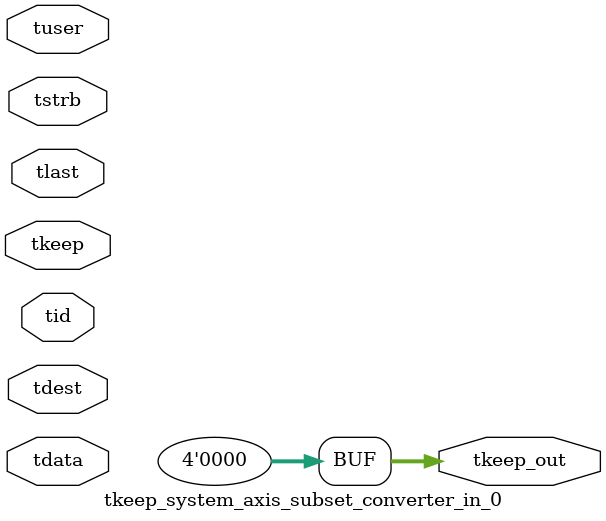
<source format=v>


`timescale 1ps/1ps

module tkeep_system_axis_subset_converter_in_0 #
(
parameter C_S_AXIS_TDATA_WIDTH = 32,
parameter C_S_AXIS_TUSER_WIDTH = 0,
parameter C_S_AXIS_TID_WIDTH   = 0,
parameter C_S_AXIS_TDEST_WIDTH = 0,
parameter C_M_AXIS_TDATA_WIDTH = 32
)
(
input  [(C_S_AXIS_TDATA_WIDTH == 0 ? 1 : C_S_AXIS_TDATA_WIDTH)-1:0     ] tdata,
input  [(C_S_AXIS_TUSER_WIDTH == 0 ? 1 : C_S_AXIS_TUSER_WIDTH)-1:0     ] tuser,
input  [(C_S_AXIS_TID_WIDTH   == 0 ? 1 : C_S_AXIS_TID_WIDTH)-1:0       ] tid,
input  [(C_S_AXIS_TDEST_WIDTH == 0 ? 1 : C_S_AXIS_TDEST_WIDTH)-1:0     ] tdest,
input  [(C_S_AXIS_TDATA_WIDTH/8)-1:0 ] tkeep,
input  [(C_S_AXIS_TDATA_WIDTH/8)-1:0 ] tstrb,
input                                                                    tlast,
output [(C_M_AXIS_TDATA_WIDTH/8)-1:0 ] tkeep_out
);

assign tkeep_out = {1'b0};

endmodule


</source>
